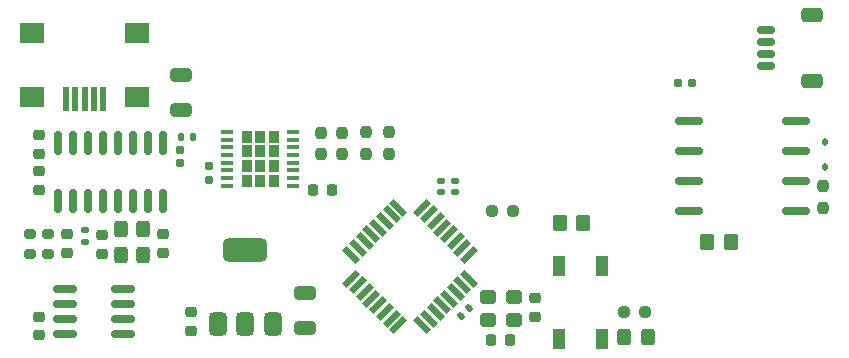
<source format=gbr>
%TF.GenerationSoftware,KiCad,Pcbnew,8.0.2*%
%TF.CreationDate,2024-12-30T14:19:07+01:00*%
%TF.ProjectId,MasterOfAccessories,4d617374-6572-44f6-9641-63636573736f,rev?*%
%TF.SameCoordinates,Original*%
%TF.FileFunction,Paste,Top*%
%TF.FilePolarity,Positive*%
%FSLAX46Y46*%
G04 Gerber Fmt 4.6, Leading zero omitted, Abs format (unit mm)*
G04 Created by KiCad (PCBNEW 8.0.2) date 2024-12-30 14:19:07*
%MOMM*%
%LPD*%
G01*
G04 APERTURE LIST*
G04 Aperture macros list*
%AMRoundRect*
0 Rectangle with rounded corners*
0 $1 Rounding radius*
0 $2 $3 $4 $5 $6 $7 $8 $9 X,Y pos of 4 corners*
0 Add a 4 corners polygon primitive as box body*
4,1,4,$2,$3,$4,$5,$6,$7,$8,$9,$2,$3,0*
0 Add four circle primitives for the rounded corners*
1,1,$1+$1,$2,$3*
1,1,$1+$1,$4,$5*
1,1,$1+$1,$6,$7*
1,1,$1+$1,$8,$9*
0 Add four rect primitives between the rounded corners*
20,1,$1+$1,$2,$3,$4,$5,0*
20,1,$1+$1,$4,$5,$6,$7,0*
20,1,$1+$1,$6,$7,$8,$9,0*
20,1,$1+$1,$8,$9,$2,$3,0*%
%AMRotRect*
0 Rectangle, with rotation*
0 The origin of the aperture is its center*
0 $1 length*
0 $2 width*
0 $3 Rotation angle, in degrees counterclockwise*
0 Add horizontal line*
21,1,$1,$2,0,0,$3*%
G04 Aperture macros list end*
%ADD10R,1.100000X1.800000*%
%ADD11RoundRect,0.237500X0.250000X0.237500X-0.250000X0.237500X-0.250000X-0.237500X0.250000X-0.237500X0*%
%ADD12RoundRect,0.250000X0.325000X0.450000X-0.325000X0.450000X-0.325000X-0.450000X0.325000X-0.450000X0*%
%ADD13RotRect,1.600000X0.550000X225.000000*%
%ADD14RotRect,1.600000X0.550000X135.000000*%
%ADD15RoundRect,0.300000X-0.300000X0.400000X-0.300000X-0.400000X0.300000X-0.400000X0.300000X0.400000X0*%
%ADD16RoundRect,0.155000X-0.155000X0.212500X-0.155000X-0.212500X0.155000X-0.212500X0.155000X0.212500X0*%
%ADD17RoundRect,0.237500X0.237500X-0.250000X0.237500X0.250000X-0.237500X0.250000X-0.237500X-0.250000X0*%
%ADD18RoundRect,0.150000X0.825000X0.150000X-0.825000X0.150000X-0.825000X-0.150000X0.825000X-0.150000X0*%
%ADD19RoundRect,0.140000X0.170000X-0.140000X0.170000X0.140000X-0.170000X0.140000X-0.170000X-0.140000X0*%
%ADD20RoundRect,0.160000X-0.197500X-0.160000X0.197500X-0.160000X0.197500X0.160000X-0.197500X0.160000X0*%
%ADD21RoundRect,0.237500X-0.250000X-0.237500X0.250000X-0.237500X0.250000X0.237500X-0.250000X0.237500X0*%
%ADD22RoundRect,0.150000X0.150000X-0.825000X0.150000X0.825000X-0.150000X0.825000X-0.150000X-0.825000X0*%
%ADD23RoundRect,0.162500X1.012500X0.162500X-1.012500X0.162500X-1.012500X-0.162500X1.012500X-0.162500X0*%
%ADD24RoundRect,0.225000X-0.225000X-0.250000X0.225000X-0.250000X0.225000X0.250000X-0.225000X0.250000X0*%
%ADD25RoundRect,0.250000X0.650000X-0.325000X0.650000X0.325000X-0.650000X0.325000X-0.650000X-0.325000X0*%
%ADD26RoundRect,0.112500X0.112500X-0.187500X0.112500X0.187500X-0.112500X0.187500X-0.112500X-0.187500X0*%
%ADD27RoundRect,0.237500X-0.237500X0.250000X-0.237500X-0.250000X0.237500X-0.250000X0.237500X0.250000X0*%
%ADD28RoundRect,0.225000X0.250000X-0.225000X0.250000X0.225000X-0.250000X0.225000X-0.250000X-0.225000X0*%
%ADD29R,2.000000X1.700000*%
%ADD30R,0.500000X2.000000*%
%ADD31RoundRect,0.140000X0.140000X0.170000X-0.140000X0.170000X-0.140000X-0.170000X0.140000X-0.170000X0*%
%ADD32RoundRect,0.225000X-0.250000X0.225000X-0.250000X-0.225000X0.250000X-0.225000X0.250000X0.225000X0*%
%ADD33RoundRect,0.140000X-0.170000X0.140000X-0.170000X-0.140000X0.170000X-0.140000X0.170000X0.140000X0*%
%ADD34RoundRect,0.375000X0.375000X-0.625000X0.375000X0.625000X-0.375000X0.625000X-0.375000X-0.625000X0*%
%ADD35RoundRect,0.500000X1.400000X-0.500000X1.400000X0.500000X-1.400000X0.500000X-1.400000X-0.500000X0*%
%ADD36RoundRect,0.225000X0.225000X0.250000X-0.225000X0.250000X-0.225000X-0.250000X0.225000X-0.250000X0*%
%ADD37RoundRect,0.250000X0.350000X0.450000X-0.350000X0.450000X-0.350000X-0.450000X0.350000X-0.450000X0*%
%ADD38RoundRect,0.200000X-0.275000X0.200000X-0.275000X-0.200000X0.275000X-0.200000X0.275000X0.200000X0*%
%ADD39RoundRect,0.300000X-0.400000X-0.300000X0.400000X-0.300000X0.400000X0.300000X-0.400000X0.300000X0*%
%ADD40RoundRect,0.140000X-0.021213X0.219203X-0.219203X0.021213X0.021213X-0.219203X0.219203X-0.021213X0*%
%ADD41RoundRect,0.250000X0.650000X-0.350000X0.650000X0.350000X-0.650000X0.350000X-0.650000X-0.350000X0*%
%ADD42RoundRect,0.150000X0.625000X-0.150000X0.625000X0.150000X-0.625000X0.150000X-0.625000X-0.150000X0*%
%ADD43RoundRect,0.200000X0.275000X-0.200000X0.275000X0.200000X-0.275000X0.200000X-0.275000X-0.200000X0*%
%ADD44R,1.050000X0.450000*%
%ADD45R,0.880000X1.050000*%
G04 APERTURE END LIST*
D10*
%TO.C,SW1001*%
X230941000Y-115114000D03*
X230941000Y-108914000D03*
X234641000Y-115114000D03*
X234641000Y-108914000D03*
%TD*%
D11*
%TO.C,R1001*%
X238285500Y-112841000D03*
X236460500Y-112841000D03*
%TD*%
D12*
%TO.C,D1001*%
X238525000Y-115000000D03*
X236475000Y-115000000D03*
%TD*%
D13*
%TO.C,U201*%
X217351106Y-113985103D03*
X216785421Y-113419417D03*
X216219735Y-112853732D03*
X215654050Y-112288047D03*
X215088364Y-111722361D03*
X214522679Y-111156676D03*
X213956994Y-110590990D03*
X213391308Y-110025305D03*
D14*
X213391308Y-107974695D03*
X213956994Y-107409010D03*
X214522679Y-106843324D03*
X215088364Y-106277639D03*
X215654050Y-105711953D03*
X216219735Y-105146268D03*
X216785421Y-104580583D03*
X217351106Y-104014897D03*
D13*
X219401716Y-104014897D03*
X219967401Y-104580583D03*
X220533087Y-105146268D03*
X221098772Y-105711953D03*
X221664458Y-106277639D03*
X222230143Y-106843324D03*
X222795828Y-107409010D03*
X223361514Y-107974695D03*
D14*
X223361514Y-110025305D03*
X222795828Y-110590990D03*
X222230143Y-111156676D03*
X221664458Y-111722361D03*
X221098772Y-112288047D03*
X220533087Y-112853732D03*
X219967401Y-113419417D03*
X219401716Y-113985103D03*
%TD*%
D15*
%TO.C,Y501*%
X193865000Y-105775000D03*
X193865000Y-107975000D03*
X195765000Y-107975000D03*
X195765000Y-105775000D03*
%TD*%
D16*
%TO.C,C405*%
X198882000Y-99127500D03*
X198882000Y-100262500D03*
%TD*%
D17*
%TO.C,R404*%
X216610000Y-99448000D03*
X216610000Y-97623000D03*
%TD*%
D18*
%TO.C,U801*%
X194071000Y-114693000D03*
X194071000Y-113423000D03*
X194071000Y-112153000D03*
X194071000Y-110883000D03*
X189121000Y-110883000D03*
X189121000Y-112153000D03*
X189121000Y-113423000D03*
X189121000Y-114693000D03*
%TD*%
D19*
%TO.C,C505*%
X190844000Y-106897000D03*
X190844000Y-105937000D03*
%TD*%
D20*
%TO.C,R201*%
X241066500Y-93472000D03*
X242261500Y-93472000D03*
%TD*%
D21*
%TO.C,R701*%
X225274500Y-104263000D03*
X227099500Y-104263000D03*
%TD*%
D22*
%TO.C,U501*%
X188555000Y-103475000D03*
X189825000Y-103475000D03*
X191095000Y-103475000D03*
X192365000Y-103475000D03*
X193635000Y-103475000D03*
X194905000Y-103475000D03*
X196175000Y-103475000D03*
X197445000Y-103475000D03*
X197445000Y-98525000D03*
X196175000Y-98525000D03*
X194905000Y-98525000D03*
X193635000Y-98525000D03*
X192365000Y-98525000D03*
X191095000Y-98525000D03*
X189825000Y-98525000D03*
X188555000Y-98525000D03*
%TD*%
D23*
%TO.C,U901*%
X241975000Y-104310000D03*
X241975000Y-101770000D03*
X241975000Y-99230000D03*
X241975000Y-96690000D03*
X251025000Y-96690000D03*
X251025000Y-99230000D03*
X251025000Y-101770000D03*
X251025000Y-104310000D03*
%TD*%
D24*
%TO.C,C401*%
X210172000Y-102485000D03*
X211722000Y-102485000D03*
%TD*%
D25*
%TO.C,C301*%
X209500000Y-114225000D03*
X209500000Y-111275000D03*
%TD*%
D26*
%TO.C,D901*%
X253500000Y-100550000D03*
X253500000Y-98450000D03*
%TD*%
D27*
%TO.C,R403*%
X214610000Y-97623000D03*
X214610000Y-99448000D03*
%TD*%
D16*
%TO.C,C404*%
X201295000Y-100520500D03*
X201295000Y-101655500D03*
%TD*%
D28*
%TO.C,C504*%
X197448000Y-107827000D03*
X197448000Y-106277000D03*
%TD*%
%TO.C,C501*%
X186904000Y-99427000D03*
X186904000Y-97877000D03*
%TD*%
D29*
%TO.C,J501*%
X186350000Y-89225000D03*
X186350000Y-94675000D03*
X195250000Y-89225000D03*
X195250000Y-94675000D03*
D30*
X189200000Y-94775000D03*
X190000000Y-94775000D03*
X190800000Y-94775000D03*
X191600000Y-94775000D03*
X192400000Y-94775000D03*
%TD*%
D31*
%TO.C,C402*%
X199960000Y-97995000D03*
X199000000Y-97995000D03*
%TD*%
D32*
%TO.C,C502*%
X186904000Y-100925000D03*
X186904000Y-102475000D03*
%TD*%
D33*
%TO.C,C702*%
X222123000Y-101751000D03*
X222123000Y-102711000D03*
%TD*%
D32*
%TO.C,C503*%
X192275000Y-106354000D03*
X192275000Y-107904000D03*
%TD*%
D34*
%TO.C,U301*%
X202120000Y-113868000D03*
X204420000Y-113868000D03*
D35*
X204420000Y-107568000D03*
D34*
X206720000Y-113868000D03*
%TD*%
D27*
%TO.C,R401*%
X210796000Y-97675000D03*
X210796000Y-99500000D03*
%TD*%
D28*
%TO.C,C203*%
X228927411Y-113245000D03*
X228927411Y-111695000D03*
%TD*%
D32*
%TO.C,C801*%
X186944000Y-113267000D03*
X186944000Y-114817000D03*
%TD*%
D36*
%TO.C,C201*%
X226781411Y-115232000D03*
X225231411Y-115232000D03*
%TD*%
D32*
%TO.C,C302*%
X199848000Y-112864000D03*
X199848000Y-114414000D03*
%TD*%
D37*
%TO.C,R903*%
X233029000Y-105283000D03*
X231029000Y-105283000D03*
%TD*%
D25*
%TO.C,C403*%
X199000000Y-95725000D03*
X199000000Y-92775000D03*
%TD*%
D38*
%TO.C,R501*%
X186145000Y-106240000D03*
X186145000Y-107890000D03*
%TD*%
D39*
%TO.C,Y201*%
X224949411Y-113481000D03*
X227149411Y-113481000D03*
X227149411Y-111581000D03*
X224949411Y-111581000D03*
%TD*%
D40*
%TO.C,C202*%
X223339411Y-112470000D03*
X222660589Y-113148822D03*
%TD*%
D17*
%TO.C,R402*%
X212610000Y-99500000D03*
X212610000Y-97675000D03*
%TD*%
%TO.C,R901*%
X253348000Y-104036500D03*
X253348000Y-102211500D03*
%TD*%
D41*
%TO.C,J701*%
X252375000Y-87700000D03*
X252375000Y-93300000D03*
D42*
X248500000Y-89000000D03*
X248500000Y-90000000D03*
X248500000Y-91000000D03*
X248500000Y-92000000D03*
%TD*%
D33*
%TO.C,C701*%
X220980000Y-101751000D03*
X220980000Y-102711000D03*
%TD*%
D32*
%TO.C,C506*%
X189320000Y-106277000D03*
X189320000Y-107827000D03*
%TD*%
D37*
%TO.C,R902*%
X245521000Y-106934000D03*
X243521000Y-106934000D03*
%TD*%
D43*
%TO.C,R502*%
X187669000Y-107890000D03*
X187669000Y-106240000D03*
%TD*%
D44*
%TO.C,U401*%
X202887600Y-102150000D03*
X202887600Y-101500000D03*
X202887600Y-100850000D03*
X202887600Y-100200000D03*
X202887600Y-99550000D03*
X202887600Y-98900000D03*
X202887600Y-98250000D03*
X202887600Y-97600000D03*
X208437600Y-97600000D03*
X208437600Y-98250000D03*
X208437600Y-98900000D03*
X208437600Y-99550000D03*
X208437600Y-100200000D03*
X208437600Y-100850000D03*
X208437600Y-101500000D03*
X208437600Y-102150000D03*
D45*
X204529200Y-98000000D03*
X204529200Y-99250000D03*
X204529200Y-100500000D03*
X204529200Y-101750000D03*
X205662600Y-98000000D03*
X205662600Y-99250000D03*
X205662600Y-100500000D03*
X205662600Y-101750000D03*
X206796000Y-98000000D03*
X206796000Y-99250000D03*
X206796000Y-100500000D03*
X206796000Y-101750000D03*
%TD*%
M02*

</source>
